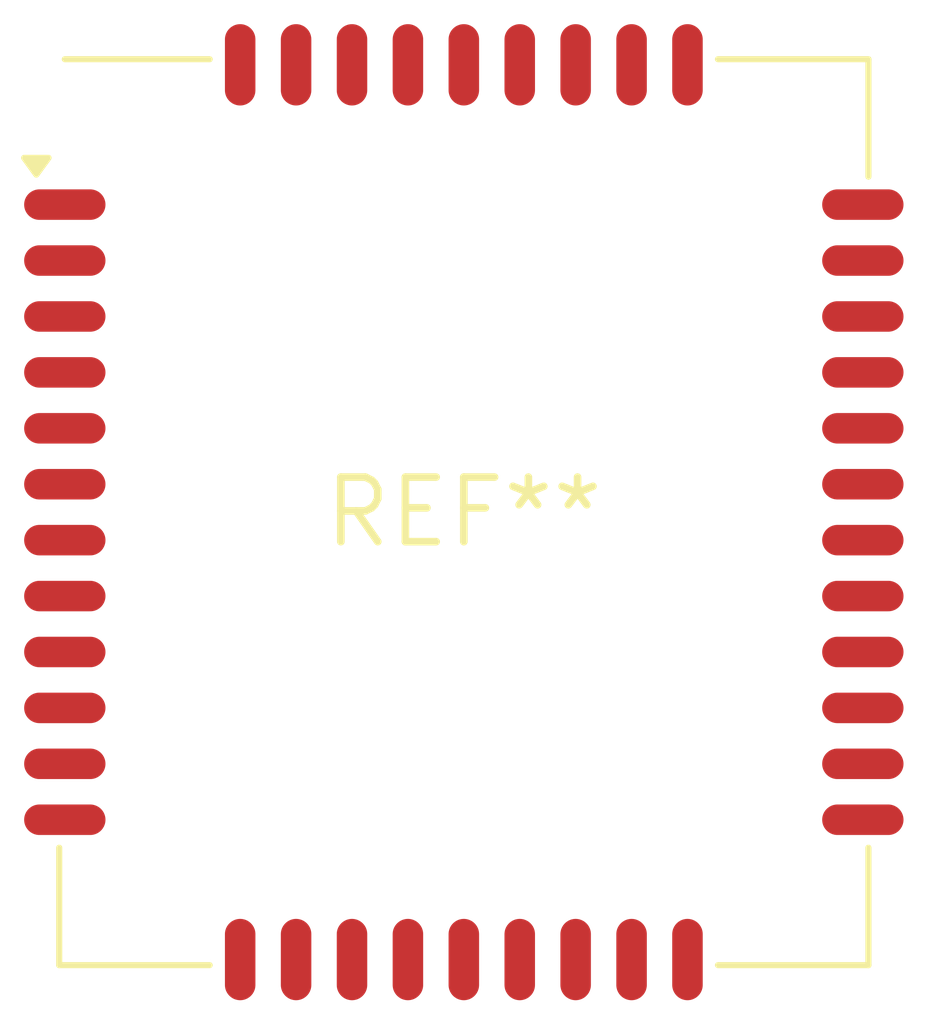
<source format=kicad_pcb>
(kicad_pcb (version 20240108) (generator pcbnew)
  (layers (0 "F.Cu" signal) (31 "B.Cu" signal) (34 "B.Paste" user) (35 "F.Paste" user) (36 "B.SilkS" user "B.Silkscreen") (37 "F.SilkS" user "F.Silkscreen") (38 "B.Mask" user) (39 "F.Mask" user) (44 "Edge.Cuts" user))
  (net 0 "")
  (footprint "SIMCom_SIM800C" (layer "F.Cu") (at 0 0)
    (property "Reference" "REF**")
    (property "Value" "SIMCom_SIM800C")
    (fp_line (start -7.96 8.91) (end -7.96 6.6) (layer "F.SilkS") (stroke (width 0.12)))
    (fp_line (start -7.96 8.91) (end -5 8.91) (layer "F.SilkS") (stroke (width 0.12)))
    (fp_line (start -7.85 -8.91) (end -5 -8.91) (layer "F.SilkS") (stroke (width 0.12)))
    (fp_line (start 7.96 -8.91) (end 5 -8.91) (layer "F.SilkS") (stroke (width 0.12)))
    (fp_line (start 7.96 -8.91) (end 7.96 -6.6) (layer "F.SilkS") (stroke (width 0.12)))
    (fp_line (start 7.96 8.91) (end 5 8.91) (layer "F.SilkS") (stroke (width 0.12)))
    (fp_line (start 7.96 8.91) (end 7.96 6.6) (layer "F.SilkS") (stroke (width 0.12)))
    (fp_poly (pts (xy -8.41 -6.64) (xy -8.65 -6.97) (xy -8.17 -6.97) (xy -8.41 -6.64)) (layer "F.SilkS") (stroke (width 0.12)) (fill solid))
    (pad "1" smd oval (at -7.85 -6.05) (size 1.6 0.6) (layers "F.Cu" "F.Mask"))
    (pad "2" smd oval (at -7.85 -4.95) (size 1.6 0.6) (layers "F.Cu" "F.Mask"))
    (pad "3" smd oval (at -7.85 -3.85) (size 1.6 0.6) (layers "F.Cu" "F.Mask"))
    (pad "4" smd oval (at -7.85 -2.75) (size 1.6 0.6) (layers "F.Cu" "F.Mask"))
    (pad "5" smd oval (at -7.85 -1.65) (size 1.6 0.6) (layers "F.Cu" "F.Mask"))
    (pad "6" smd oval (at -7.85 -0.55) (size 1.6 0.6) (layers "F.Cu" "F.Mask"))
    (pad "7" smd oval (at -7.85 0.55) (size 1.6 0.6) (layers "F.Cu" "F.Mask"))
    (pad "8" smd oval (at -7.85 1.65) (size 1.6 0.6) (layers "F.Cu" "F.Mask"))
    (pad "9" smd oval (at -7.85 2.75) (size 1.6 0.6) (layers "F.Cu" "F.Mask"))
    (pad "10" smd oval (at -7.85 3.85) (size 1.6 0.6) (layers "F.Cu" "F.Mask"))
    (pad "11" smd oval (at -7.85 4.95) (size 1.6 0.6) (layers "F.Cu" "F.Mask"))
    (pad "12" smd oval (at -7.85 6.05) (size 1.6 0.6) (layers "F.Cu" "F.Mask"))
    (pad "13" smd oval (at -4.4 8.8) (size 0.6 1.6) (layers "F.Cu" "F.Mask"))
    (pad "14" smd oval (at -3.3 8.8) (size 0.6 1.6) (layers "F.Cu" "F.Mask"))
    (pad "15" smd oval (at -2.2 8.8) (size 0.6 1.6) (layers "F.Cu" "F.Mask"))
    (pad "16" smd oval (at -1.1 8.8) (size 0.6 1.6) (layers "F.Cu" "F.Mask"))
    (pad "17" smd oval (at 0 8.8) (size 0.6 1.6) (layers "F.Cu" "F.Mask"))
    (pad "18" smd oval (at 1.1 8.8) (size 0.6 1.6) (layers "F.Cu" "F.Mask"))
    (pad "19" smd oval (at 2.2 8.8) (size 0.6 1.6) (layers "F.Cu" "F.Mask"))
    (pad "20" smd oval (at 3.3 8.8) (size 0.6 1.6) (layers "F.Cu" "F.Mask"))
    (pad "21" smd oval (at 4.4 8.8) (size 0.6 1.6) (layers "F.Cu" "F.Mask"))
    (pad "22" smd oval (at 7.85 6.05) (size 1.6 0.6) (layers "F.Cu" "F.Mask"))
    (pad "23" smd oval (at 7.85 4.95) (size 1.6 0.6) (layers "F.Cu" "F.Mask"))
    (pad "24" smd oval (at 7.85 3.85) (size 1.6 0.6) (layers "F.Cu" "F.Mask"))
    (pad "25" smd oval (at 7.85 2.75) (size 1.6 0.6) (layers "F.Cu" "F.Mask"))
    (pad "26" smd oval (at 7.85 1.65) (size 1.6 0.6) (layers "F.Cu" "F.Mask"))
    (pad "27" smd oval (at 7.85 0.55) (size 1.6 0.6) (layers "F.Cu" "F.Mask"))
    (pad "28" smd oval (at 7.85 -0.55) (size 1.6 0.6) (layers "F.Cu" "F.Mask"))
    (pad "29" smd oval (at 7.85 -1.65) (size 1.6 0.6) (layers "F.Cu" "F.Mask"))
    (pad "30" smd oval (at 7.85 -2.75) (size 1.6 0.6) (layers "F.Cu" "F.Mask"))
    (pad "31" smd oval (at 7.85 -3.85) (size 1.6 0.6) (layers "F.Cu" "F.Mask"))
    (pad "32" smd oval (at 7.85 -4.95) (size 1.6 0.6) (layers "F.Cu" "F.Mask"))
    (pad "33" smd oval (at 7.85 -6.05) (size 1.6 0.6) (layers "F.Cu" "F.Mask"))
    (pad "34" smd oval (at 4.4 -8.8) (size 0.6 1.6) (layers "F.Cu" "F.Mask"))
    (pad "35" smd oval (at 3.3 -8.8) (size 0.6 1.6) (layers "F.Cu" "F.Mask"))
    (pad "36" smd oval (at 2.2 -8.8) (size 0.6 1.6) (layers "F.Cu" "F.Mask"))
    (pad "37" smd oval (at 1.1 -8.8) (size 0.6 1.6) (layers "F.Cu" "F.Mask"))
    (pad "38" smd oval (at 0 -8.8) (size 0.6 1.6) (layers "F.Cu" "F.Mask"))
    (pad "39" smd oval (at -1.1 -8.8) (size 0.6 1.6) (layers "F.Cu" "F.Mask"))
    (pad "40" smd oval (at -2.2 -8.8) (size 0.6 1.6) (layers "F.Cu" "F.Mask"))
    (pad "41" smd oval (at -3.3 -8.8) (size 0.6 1.6) (layers "F.Cu" "F.Mask"))
    (pad "42" smd oval (at -4.4 -8.8) (size 0.6 1.6) (layers "F.Cu" "F.Mask"))
  )
)
</source>
